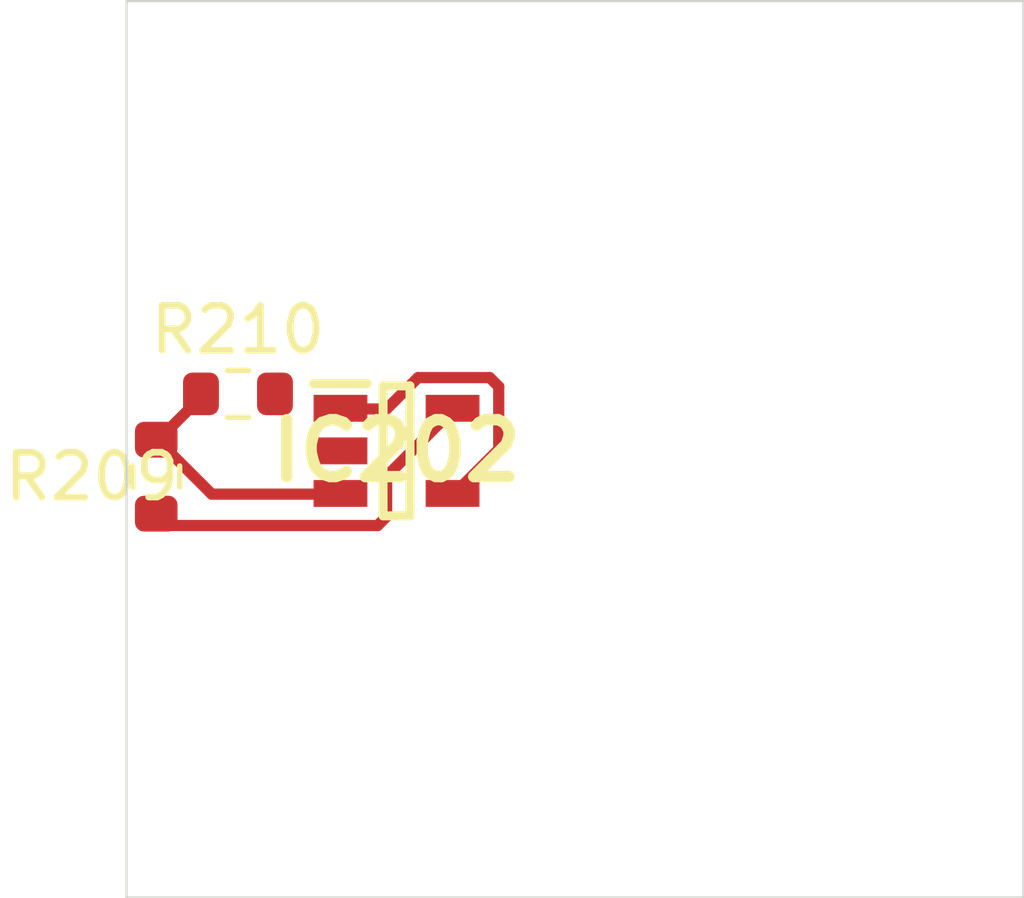
<source format=kicad_pcb>
 ( kicad_pcb  ( version 20171130 )
 ( host pcbnew 5.1.12-84ad8e8a86~92~ubuntu18.04.1 )
 ( general  ( thickness 1.6 )
 ( drawings 4 )
 ( tracks 0 )
 ( zones 0 )
 ( modules 3 )
 ( nets 5 )
)
 ( page A4 )
 ( layers  ( 0 F.Cu signal )
 ( 31 B.Cu signal )
 ( 32 B.Adhes user )
 ( 33 F.Adhes user )
 ( 34 B.Paste user )
 ( 35 F.Paste user )
 ( 36 B.SilkS user )
 ( 37 F.SilkS user )
 ( 38 B.Mask user )
 ( 39 F.Mask user )
 ( 40 Dwgs.User user )
 ( 41 Cmts.User user )
 ( 42 Eco1.User user )
 ( 43 Eco2.User user )
 ( 44 Edge.Cuts user )
 ( 45 Margin user )
 ( 46 B.CrtYd user )
 ( 47 F.CrtYd user )
 ( 48 B.Fab user )
 ( 49 F.Fab user )
)
 ( setup  ( last_trace_width 0.25 )
 ( trace_clearance 0.2 )
 ( zone_clearance 0.508 )
 ( zone_45_only no )
 ( trace_min 0.2 )
 ( via_size 0.8 )
 ( via_drill 0.4 )
 ( via_min_size 0.4 )
 ( via_min_drill 0.3 )
 ( uvia_size 0.3 )
 ( uvia_drill 0.1 )
 ( uvias_allowed no )
 ( uvia_min_size 0.2 )
 ( uvia_min_drill 0.1 )
 ( edge_width 0.05 )
 ( segment_width 0.2 )
 ( pcb_text_width 0.3 )
 ( pcb_text_size 1.5 1.5 )
 ( mod_edge_width 0.12 )
 ( mod_text_size 1 1 )
 ( mod_text_width 0.15 )
 ( pad_size 1.524 1.524 )
 ( pad_drill 0.762 )
 ( pad_to_mask_clearance 0 )
 ( aux_axis_origin 0 0 )
 ( visible_elements FFFFFF7F )
 ( pcbplotparams  ( layerselection 0x010fc_ffffffff )
 ( usegerberextensions false )
 ( usegerberattributes true )
 ( usegerberadvancedattributes true )
 ( creategerberjobfile true )
 ( excludeedgelayer true )
 ( linewidth 0.100000 )
 ( plotframeref false )
 ( viasonmask false )
 ( mode 1 )
 ( useauxorigin false )
 ( hpglpennumber 1 )
 ( hpglpenspeed 20 )
 ( hpglpendiameter 15.000000 )
 ( psnegative false )
 ( psa4output false )
 ( plotreference true )
 ( plotvalue true )
 ( plotinvisibletext false )
 ( padsonsilk false )
 ( subtractmaskfromsilk false )
 ( outputformat 1 )
 ( mirror false )
 ( drillshape 1 )
 ( scaleselection 1 )
 ( outputdirectory "" )
)
)
 ( net 0 "" )
 ( net 1 GND )
 ( net 2 VDDA )
 ( net 3 /Sheet6235D886/vp )
 ( net 4 "Net-(IC202-Pad3)" )
 ( net_class Default "This is the default net class."  ( clearance 0.2 )
 ( trace_width 0.25 )
 ( via_dia 0.8 )
 ( via_drill 0.4 )
 ( uvia_dia 0.3 )
 ( uvia_drill 0.1 )
 ( add_net /Sheet6235D886/vp )
 ( add_net GND )
 ( add_net "Net-(IC202-Pad3)" )
 ( add_net VDDA )
)
 ( module SOT95P280X145-5N locked  ( layer F.Cu )
 ( tedit 62336ED7 )
 ( tstamp 623423ED )
 ( at 86.020900 110.035000 )
 ( descr DBV0005A )
 ( tags "Integrated Circuit" )
 ( path /6235D887/6266C08E )
 ( attr smd )
 ( fp_text reference IC202  ( at 0 0 )
 ( layer F.SilkS )
 ( effects  ( font  ( size 1.27 1.27 )
 ( thickness 0.254 )
)
)
)
 ( fp_text value TL071HIDBVR  ( at 0 0 )
 ( layer F.SilkS )
hide  ( effects  ( font  ( size 1.27 1.27 )
 ( thickness 0.254 )
)
)
)
 ( fp_line  ( start -1.85 -1.5 )
 ( end -0.65 -1.5 )
 ( layer F.SilkS )
 ( width 0.2 )
)
 ( fp_line  ( start -0.3 1.45 )
 ( end -0.3 -1.45 )
 ( layer F.SilkS )
 ( width 0.2 )
)
 ( fp_line  ( start 0.3 1.45 )
 ( end -0.3 1.45 )
 ( layer F.SilkS )
 ( width 0.2 )
)
 ( fp_line  ( start 0.3 -1.45 )
 ( end 0.3 1.45 )
 ( layer F.SilkS )
 ( width 0.2 )
)
 ( fp_line  ( start -0.3 -1.45 )
 ( end 0.3 -1.45 )
 ( layer F.SilkS )
 ( width 0.2 )
)
 ( fp_line  ( start -0.8 -0.5 )
 ( end 0.15 -1.45 )
 ( layer Dwgs.User )
 ( width 0.1 )
)
 ( fp_line  ( start -0.8 1.45 )
 ( end -0.8 -1.45 )
 ( layer Dwgs.User )
 ( width 0.1 )
)
 ( fp_line  ( start 0.8 1.45 )
 ( end -0.8 1.45 )
 ( layer Dwgs.User )
 ( width 0.1 )
)
 ( fp_line  ( start 0.8 -1.45 )
 ( end 0.8 1.45 )
 ( layer Dwgs.User )
 ( width 0.1 )
)
 ( fp_line  ( start -0.8 -1.45 )
 ( end 0.8 -1.45 )
 ( layer Dwgs.User )
 ( width 0.1 )
)
 ( fp_line  ( start -2.1 1.775 )
 ( end -2.1 -1.775 )
 ( layer Dwgs.User )
 ( width 0.05 )
)
 ( fp_line  ( start 2.1 1.775 )
 ( end -2.1 1.775 )
 ( layer Dwgs.User )
 ( width 0.05 )
)
 ( fp_line  ( start 2.1 -1.775 )
 ( end 2.1 1.775 )
 ( layer Dwgs.User )
 ( width 0.05 )
)
 ( fp_line  ( start -2.1 -1.775 )
 ( end 2.1 -1.775 )
 ( layer Dwgs.User )
 ( width 0.05 )
)
 ( pad 1 smd rect  ( at -1.25 -0.95 90.000000 )
 ( size 0.6 1.2 )
 ( layers F.Cu F.Mask F.Paste )
 ( net 3 /Sheet6235D886/vp )
)
 ( pad 2 smd rect  ( at -1.25 0 90.000000 )
 ( size 0.6 1.2 )
 ( layers F.Cu F.Mask F.Paste )
 ( net 1 GND )
)
 ( pad 3 smd rect  ( at -1.25 0.95 90.000000 )
 ( size 0.6 1.2 )
 ( layers F.Cu F.Mask F.Paste )
 ( net 4 "Net-(IC202-Pad3)" )
)
 ( pad 4 smd rect  ( at 1.25 0.95 90.000000 )
 ( size 0.6 1.2 )
 ( layers F.Cu F.Mask F.Paste )
 ( net 3 /Sheet6235D886/vp )
)
 ( pad 5 smd rect  ( at 1.25 -0.95 90.000000 )
 ( size 0.6 1.2 )
 ( layers F.Cu F.Mask F.Paste )
 ( net 2 VDDA )
)
)
 ( module Resistor_SMD:R_0603_1608Metric  ( layer F.Cu )
 ( tedit 5F68FEEE )
 ( tstamp 62342595 )
 ( at 80.662200 110.610000 90.000000 )
 ( descr "Resistor SMD 0603 (1608 Metric), square (rectangular) end terminal, IPC_7351 nominal, (Body size source: IPC-SM-782 page 72, https://www.pcb-3d.com/wordpress/wp-content/uploads/ipc-sm-782a_amendment_1_and_2.pdf), generated with kicad-footprint-generator" )
 ( tags resistor )
 ( path /6235D887/623CDBD9 )
 ( attr smd )
 ( fp_text reference R209  ( at 0 -1.43 )
 ( layer F.SilkS )
 ( effects  ( font  ( size 1 1 )
 ( thickness 0.15 )
)
)
)
 ( fp_text value 100k  ( at 0 1.43 )
 ( layer F.Fab )
 ( effects  ( font  ( size 1 1 )
 ( thickness 0.15 )
)
)
)
 ( fp_line  ( start -0.8 0.4125 )
 ( end -0.8 -0.4125 )
 ( layer F.Fab )
 ( width 0.1 )
)
 ( fp_line  ( start -0.8 -0.4125 )
 ( end 0.8 -0.4125 )
 ( layer F.Fab )
 ( width 0.1 )
)
 ( fp_line  ( start 0.8 -0.4125 )
 ( end 0.8 0.4125 )
 ( layer F.Fab )
 ( width 0.1 )
)
 ( fp_line  ( start 0.8 0.4125 )
 ( end -0.8 0.4125 )
 ( layer F.Fab )
 ( width 0.1 )
)
 ( fp_line  ( start -0.237258 -0.5225 )
 ( end 0.237258 -0.5225 )
 ( layer F.SilkS )
 ( width 0.12 )
)
 ( fp_line  ( start -0.237258 0.5225 )
 ( end 0.237258 0.5225 )
 ( layer F.SilkS )
 ( width 0.12 )
)
 ( fp_line  ( start -1.48 0.73 )
 ( end -1.48 -0.73 )
 ( layer F.CrtYd )
 ( width 0.05 )
)
 ( fp_line  ( start -1.48 -0.73 )
 ( end 1.48 -0.73 )
 ( layer F.CrtYd )
 ( width 0.05 )
)
 ( fp_line  ( start 1.48 -0.73 )
 ( end 1.48 0.73 )
 ( layer F.CrtYd )
 ( width 0.05 )
)
 ( fp_line  ( start 1.48 0.73 )
 ( end -1.48 0.73 )
 ( layer F.CrtYd )
 ( width 0.05 )
)
 ( fp_text user %R  ( at 0 0 )
 ( layer F.Fab )
 ( effects  ( font  ( size 0.4 0.4 )
 ( thickness 0.06 )
)
)
)
 ( pad 1 smd roundrect  ( at -0.825 0 90.000000 )
 ( size 0.8 0.95 )
 ( layers F.Cu F.Mask F.Paste )
 ( roundrect_rratio 0.25 )
 ( net 2 VDDA )
)
 ( pad 2 smd roundrect  ( at 0.825 0 90.000000 )
 ( size 0.8 0.95 )
 ( layers F.Cu F.Mask F.Paste )
 ( roundrect_rratio 0.25 )
 ( net 4 "Net-(IC202-Pad3)" )
)
 ( model ${KISYS3DMOD}/Resistor_SMD.3dshapes/R_0603_1608Metric.wrl  ( at  ( xyz 0 0 0 )
)
 ( scale  ( xyz 1 1 1 )
)
 ( rotate  ( xyz 0 0 0 )
)
)
)
 ( module Resistor_SMD:R_0603_1608Metric  ( layer F.Cu )
 ( tedit 5F68FEEE )
 ( tstamp 623425A6 )
 ( at 82.485200 108.763000 )
 ( descr "Resistor SMD 0603 (1608 Metric), square (rectangular) end terminal, IPC_7351 nominal, (Body size source: IPC-SM-782 page 72, https://www.pcb-3d.com/wordpress/wp-content/uploads/ipc-sm-782a_amendment_1_and_2.pdf), generated with kicad-footprint-generator" )
 ( tags resistor )
 ( path /6235D887/623CDBDF )
 ( attr smd )
 ( fp_text reference R210  ( at 0 -1.43 )
 ( layer F.SilkS )
 ( effects  ( font  ( size 1 1 )
 ( thickness 0.15 )
)
)
)
 ( fp_text value 100k  ( at 0 1.43 )
 ( layer F.Fab )
 ( effects  ( font  ( size 1 1 )
 ( thickness 0.15 )
)
)
)
 ( fp_line  ( start 1.48 0.73 )
 ( end -1.48 0.73 )
 ( layer F.CrtYd )
 ( width 0.05 )
)
 ( fp_line  ( start 1.48 -0.73 )
 ( end 1.48 0.73 )
 ( layer F.CrtYd )
 ( width 0.05 )
)
 ( fp_line  ( start -1.48 -0.73 )
 ( end 1.48 -0.73 )
 ( layer F.CrtYd )
 ( width 0.05 )
)
 ( fp_line  ( start -1.48 0.73 )
 ( end -1.48 -0.73 )
 ( layer F.CrtYd )
 ( width 0.05 )
)
 ( fp_line  ( start -0.237258 0.5225 )
 ( end 0.237258 0.5225 )
 ( layer F.SilkS )
 ( width 0.12 )
)
 ( fp_line  ( start -0.237258 -0.5225 )
 ( end 0.237258 -0.5225 )
 ( layer F.SilkS )
 ( width 0.12 )
)
 ( fp_line  ( start 0.8 0.4125 )
 ( end -0.8 0.4125 )
 ( layer F.Fab )
 ( width 0.1 )
)
 ( fp_line  ( start 0.8 -0.4125 )
 ( end 0.8 0.4125 )
 ( layer F.Fab )
 ( width 0.1 )
)
 ( fp_line  ( start -0.8 -0.4125 )
 ( end 0.8 -0.4125 )
 ( layer F.Fab )
 ( width 0.1 )
)
 ( fp_line  ( start -0.8 0.4125 )
 ( end -0.8 -0.4125 )
 ( layer F.Fab )
 ( width 0.1 )
)
 ( fp_text user %R  ( at 0 0 )
 ( layer F.Fab )
 ( effects  ( font  ( size 0.4 0.4 )
 ( thickness 0.06 )
)
)
)
 ( pad 2 smd roundrect  ( at 0.825 0 )
 ( size 0.8 0.95 )
 ( layers F.Cu F.Mask F.Paste )
 ( roundrect_rratio 0.25 )
 ( net 1 GND )
)
 ( pad 1 smd roundrect  ( at -0.825 0 )
 ( size 0.8 0.95 )
 ( layers F.Cu F.Mask F.Paste )
 ( roundrect_rratio 0.25 )
 ( net 4 "Net-(IC202-Pad3)" )
)
 ( model ${KISYS3DMOD}/Resistor_SMD.3dshapes/R_0603_1608Metric.wrl  ( at  ( xyz 0 0 0 )
)
 ( scale  ( xyz 1 1 1 )
)
 ( rotate  ( xyz 0 0 0 )
)
)
)
 ( gr_line  ( start 100 100 )
 ( end 100 120 )
 ( layer Edge.Cuts )
 ( width 0.05 )
 ( tstamp 62E770C4 )
)
 ( gr_line  ( start 80 120 )
 ( end 100 120 )
 ( layer Edge.Cuts )
 ( width 0.05 )
 ( tstamp 62E770C0 )
)
 ( gr_line  ( start 80 100 )
 ( end 100 100 )
 ( layer Edge.Cuts )
 ( width 0.05 )
 ( tstamp 6234110C )
)
 ( gr_line  ( start 80 100 )
 ( end 80 120 )
 ( layer Edge.Cuts )
 ( width 0.05 )
)
 ( segment  ( start 80.700001 111.400002 )
 ( end 81.000001 111.700002 )
 ( width 0.250000 )
 ( layer F.Cu )
 ( net 2 )
)
 ( segment  ( start 81.000001 111.700002 )
 ( end 85.600001 111.700002 )
 ( width 0.250000 )
 ( layer F.Cu )
 ( net 2 )
)
 ( segment  ( start 85.600001 111.700002 )
 ( end 85.800001 111.500002 )
 ( width 0.250000 )
 ( layer F.Cu )
 ( net 2 )
)
 ( segment  ( start 85.800001 111.500002 )
 ( end 85.800001 110.600002 )
 ( width 0.250000 )
 ( layer F.Cu )
 ( net 2 )
)
 ( segment  ( start 85.800001 110.600002 )
 ( end 87.300001 109.100002 )
 ( width 0.250000 )
 ( layer F.Cu )
 ( net 2 )
)
 ( segment  ( start 87.300001 111.000002 )
 ( end 88.300001 110.000002 )
 ( width 0.250000 )
 ( layer F.Cu )
 ( net 3 )
)
 ( segment  ( start 88.300001 110.000002 )
 ( end 88.300001 108.600002 )
 ( width 0.250000 )
 ( layer F.Cu )
 ( net 3 )
)
 ( segment  ( start 88.300001 108.600002 )
 ( end 88.100001 108.400002 )
 ( width 0.250000 )
 ( layer F.Cu )
 ( net 3 )
)
 ( segment  ( start 88.100001 108.400002 )
 ( end 86.500001 108.400002 )
 ( width 0.250000 )
 ( layer F.Cu )
 ( net 3 )
)
 ( segment  ( start 86.500001 108.400002 )
 ( end 85.800001 109.100002 )
 ( width 0.250000 )
 ( layer F.Cu )
 ( net 3 )
)
 ( segment  ( start 85.800001 109.100002 )
 ( end 84.800001 109.100002 )
 ( width 0.250000 )
 ( layer F.Cu )
 ( net 3 )
)
 ( segment  ( start 80.700001 109.800002 )
 ( end 81.900001 111.000002 )
 ( width 0.250000 )
 ( layer F.Cu )
 ( net 4 )
)
 ( segment  ( start 81.900001 111.000002 )
 ( end 84.800001 111.000002 )
 ( width 0.250000 )
 ( layer F.Cu )
 ( net 4 )
)
 ( segment  ( start 81.700001 108.800002 )
 ( end 80.700001 109.800002 )
 ( width 0.250000 )
 ( layer F.Cu )
 ( net 4 )
)
)

</source>
